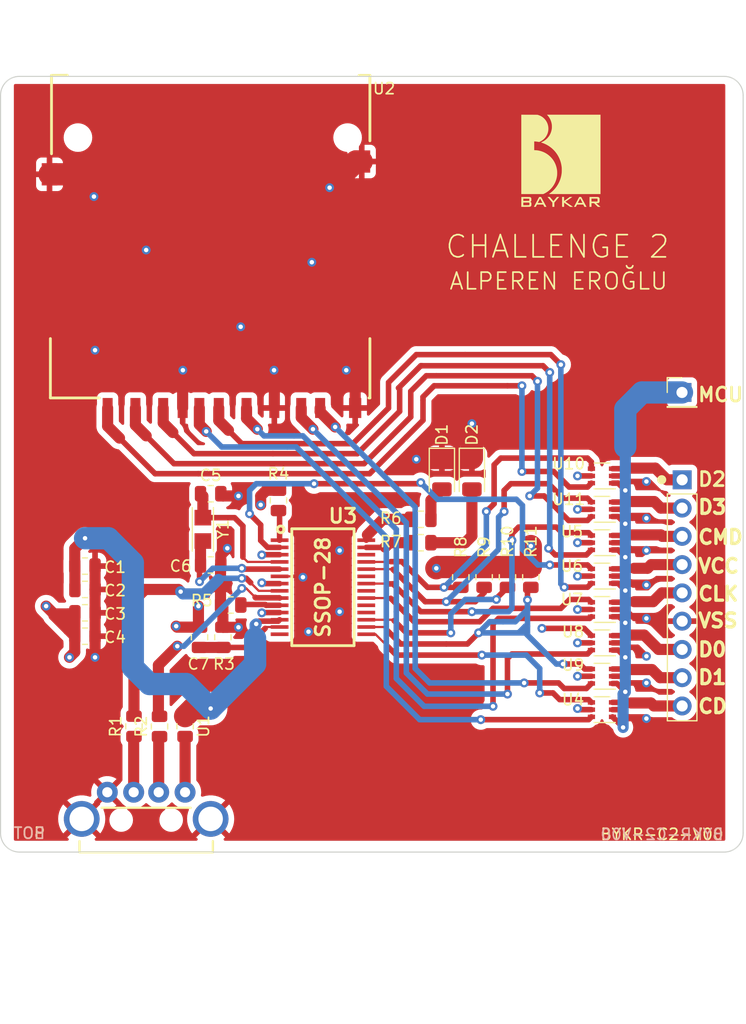
<source format=kicad_pcb>
(kicad_pcb (version 20211014) (generator pcbnew)
  (title_block (title "BAYKAR CHALLENGE 2") (company "ALPEREN EROĞLU"))
  (layers (0 "F.Cu" signal) (1 "In1.Cu" signal) (2 "In2.Cu" signal) (31 "B.Cu" signal) (34 "B.Paste" user) (35 "F.Paste" user) (36 "B.SilkS" user "B.Silkscreen") (37 "F.SilkS" user "F.Silkscreen") (38 "B.Mask" user) (39 "F.Mask" user) (44 "Edge.Cuts" user))
  (net 0 "")
  (net 1 "+5V")
  (net 2 "GND")
  (net 3 "Net-(C5-Pad1)")
  (net 4 "Net-(C6-Pad1)")
  (net 5 "Net-(C7-Pad1)")
  (net 6 "Net-(D1-Pad2)")
  (net 7 "Net-(D2-Pad2)")
  (net 8 "CAMERA_D2")
  (net 9 "CAMERA_D3")
  (net 10 "CAMERA_CMD")
  (net 11 "CAMERA_VCC")
  (net 12 "CAMERA_CLK")
  (net 13 "CAMERA_D0")
  (net 14 "CAMERA_D1")
  (net 15 "CAMERA_CD")
  (net 16 "MCU_S")
  (net 17 "Net-(J1-Pad3)")
  (net 18 "DP")
  (net 19 "Net-(J1-Pad2)")
  (net 20 "DM")
  (net 21 "Net-(R4-Pad2)")
  (net 22 "Net-(R5-Pad2)")
  (net 23 "Net-(R6-Pad1)")
  (net 24 "Net-(R7-Pad1)")
  (net 25 "USB_D2")
  (net 26 "USB_D3")
  (net 27 "USB_D0")
  (net 28 "USB_D1")
  (net 29 "Net-(J1-Pad1)")
  (net 30 "SD_D3")
  (net 31 "SD_CMD")
  (net 32 "SD_VCC")
  (net 33 "SD_CLK")
  (net 34 "SD_D0")
  (net 35 "SD_D1")
  (net 36 "SD_D2")
  (net 37 "USB_VCC")
  (net 39 "USB_CD")
  (net 42 "USB_CLK")
  (net 44 "USB_CMD")
  (net 47 "SD_CD")
  (net 48 "+3V3")
  (footprint "Resistor_SMD:R_0805_2012Metric" (layer "F.Cu") (at 132.35 109.35 -90)
    (fp_text reference "R3")
    (fp_text value "10K")
  )
  (footprint "LFT_Cap:C_0805_2012Metric" (layer "F.Cu") (at 133.35 96.45)
    (fp_text reference "C5")
    (fp_text value "20p")
  )
  (footprint "Package_TO_SOT_SMD:SOT-363_SC-70-6" (layer "F.Cu") (at 168.55 115.85 180)
    (fp_text reference "U4")
    (fp_text value "74LVC1G18")
  )
  (footprint "Resistor_SMD:R_0805_2012Metric" (layer "F.Cu") (at 135.15 106.45)
    (fp_text reference "R5")
    (fp_text value "1K")
  )
  (footprint "LFT_Conn:PinHeader_1x09_P2.54mm_Vertical" (layer "F.Cu") (at 175.762572 95.2)
    (fp_text reference "J2" hide)
    (fp_text value "Conn_01x09")
  )
  (footprint "Resistor_SMD:R_0805_2012Metric" (layer "F.Cu") (at 152.25 98.75)
    (fp_text reference "R6")
    (fp_text value "330R")
  )
  (footprint "Resistor_SMD:R_0805_2012Metric" (layer "F.Cu") (at 139.45 97.05 -90)
    (fp_text reference "R4")
    (fp_text value "10k")
  )
  (footprint "Resistor_SMD:R_0805_2012Metric" (layer "F.Cu") (at 128.75 117.3625 90)
    (fp_text reference "R2")
    (fp_text value "220R")
  )
  (footprint "LFT_Cap:C_0805_2012Metric" (layer "F.Cu") (at 122.0375 102.95)
    (fp_text reference "C1")
    (fp_text value "0.1u")
  )
  (footprint "LFT_Cap:C_0805_2012Metric" (layer "F.Cu") (at 122.0375 109.25)
    (fp_text reference "C4")
    (fp_text value "0.1u")
  )
  (footprint "LED_SMD:LED_1206_3216Metric" (layer "F.Cu") (at 156.85 94.65 -90)
    (fp_text reference "D2")
    (fp_text value "PWR")
  )
  (footprint "BYKR:BYKR_SD" (layer "F.Cu") (at 133.35 74.75 90)
    (fp_text reference "U2")
    (fp_text value "SD_CARD")
  )
  (footprint "BYKR:USB" (layer "F.Cu") (at 127.55 133.16883 90)
    (fp_text reference "J1" hide)
    (fp_text value "USB_A")
  )
  (footprint "OLIMEX_IC-FP:SSOP28" (layer "F.Cu") (at 143.45 104.85 -90)
    (fp_text reference "U3")
    (fp_text value "GL827L")
  )
  (footprint "Resistor_SMD:R_0805_2012Metric" (layer "F.Cu") (at 126.45 117.35 90)
    (fp_text reference "R1")
    (fp_text value "220R")
  )
  (footprint "LED_SMD:LED_1206_3216Metric" (layer "F.Cu") (at 154.15 94.65 -90)
    (fp_text reference "D1")
    (fp_text value "R&W")
  )
  (footprint "Resistor_SMD:R_0805_2012Metric" (layer "F.Cu") (at 157.95 103.95 90)
    (fp_text reference "R9")
    (fp_text value "10k")
  )
  (footprint "Package_TO_SOT_SMD:SOT-363_SC-70-6" (layer "F.Cu") (at 168.55 112.85 180)
    (fp_text reference "U9")
    (fp_text value "74LVC1G18")
  )
  (footprint "Resistor_SMD:R_0805_2012Metric" (layer "F.Cu") (at 152.25 100.85)
    (fp_text reference "R7")
    (fp_text value "330R")
  )
  (footprint "Package_TO_SOT_SMD:SOT-363_SC-70-6" (layer "F.Cu") (at 168.55 97.85 180)
    (fp_text reference "U11")
    (fp_text value "74LVC1G18")
  )
  (footprint "Resistor_SMD:R_0805_2012Metric" (layer "F.Cu") (at 162.15 103.95 90)
    (fp_text reference "R11")
    (fp_text value "10k")
  )
  (footprint "LFT_Cap:C_0805_2012Metric" (layer "F.Cu") (at 134.45 109.35 90)
    (fp_text reference "C7")
    (fp_text value "0.1u")
  )
  (footprint "LFT_Cap:C_0805_2012Metric" (layer "F.Cu") (at 122.05 107.15)
    (fp_text reference "C3")
    (fp_text value "0.1u")
  )
  (footprint "Package_TO_SOT_SMD:SOT-363_SC-70-6" (layer "F.Cu") (at 168.55 100.85 180)
    (fp_text reference "U5")
    (fp_text value "74LVC1G18")
  )
  (footprint "Package_TO_SOT_SMD:SOT-363_SC-70-6" (layer "F.Cu") (at 168.55 106.85 180)
    (fp_text reference "U7")
    (fp_text value "74LVC1G18")
  )
  (footprint "LFT_Cap:C_0805_2012Metric" (layer "F.Cu") (at 122.05 105.05)
    (fp_text reference "C2")
    (fp_text value "0.1u")
  )
  (footprint "Package_TO_SOT_SMD:SOT-363_SC-70-6" (layer "F.Cu") (at 168.55 109.85 180)
    (fp_text reference "U8")
    (fp_text value "74LVC1G18")
  )
  (footprint "Connector_PinHeader_2.54mm:PinHeader_1x01_P2.54mm_Vertical" (layer "F.Cu") (at 175.75 87.35)
    (fp_text reference "J3" hide)
    (fp_text value "Conn_01x01")
  )
  (footprint "LFT_Cap:C_0805_2012Metric" (layer "F.Cu") (at 133.35 102.85)
    (fp_text reference "C6")
    (fp_text value "20p")
  )
  (footprint "Resistor_SMD:R_0805_2012Metric" (layer "F.Cu") (at 155.85 103.95 90)
    (fp_text reference "R8")
    (fp_text value "10k")
  )
  (footprint "BYKR:LOGO" (layer "F.Cu") (at 164.85 66.55)
    (fp_text reference "G***")
    (fp_text value "LOGO" hide)
  )
  (footprint "Resistor_SMD:R_0805_2012Metric" (layer "F.Cu") (at 160.05 103.95 90)
    (fp_text reference "R10")
    (fp_text value "10k")
  )
  (footprint "Package_TO_SOT_SMD:SOT-363_SC-70-6" (layer "F.Cu") (at 168.55 103.85 180)
    (fp_text reference "U6")
    (fp_text value "74LVC1G18")
  )
  (footprint "Package_TO_SOT_SMD:SOT-363_SC-70-6" (layer "F.Cu") (at 168.55 94.85 180)
    (fp_text reference "U10")
    (fp_text value "74LVC1G18")
  )
  (footprint "Resistor_SMD:R_0805_2012Metric" (layer "F.Cu") (at 131.05 117.35 -90)
    (fp_text reference "U1")
    (fp_text value "MF-FSMF050X-2")
  )
  (footprint "LFT_Crys:Crystal_SMD_MicroCrystal_CC8V-T1A-2Pin_2.0x1.2mm_HandSoldering" (layer "F.Cu") (at 132.65 99.65 -90)
    (fp_text reference "Y1")
    (fp_text value "12MHz")
  )
  (gr_line (start 181.25 126.947918) (end 181.25 60.65) (layer "Edge.Cuts") (width 0.1))
  (gr_line (start 116.15 128.647918) (end 179.55 128.647918) (layer "Edge.Cuts") (width 0.1))
  (gr_line (start 114.45 60.65) (end 114.45 126.947918) (layer "Edge.Cuts") (width 0.1))
  (gr_arc (start 179.55 58.95) (mid 180.752082 59.447918) (end 181.25 60.65) (layer "Edge.Cuts") (width 0.1))
  (gr_line (start 179.55 58.95) (end 116.15 58.95) (layer "Edge.Cuts") (width 0.1))
  (gr_arc (start 181.25 126.947918) (mid 180.752082 128.15) (end 179.55 128.647918) (layer "Edge.Cuts") (width 0.1))
  (gr_arc (start 116.15 128.647918) (mid 114.947918 128.15) (end 114.45 126.947918) (layer "Edge.Cuts") (width 0.1))
  (gr_arc (start 114.45 60.65) (mid 114.947918 59.447918) (end 116.15 58.95) (layer "Edge.Cuts") (width 0.1))
  (gr_text "BYKR-C2-V00" (at 173.95 127.05) (layer "B.SilkS") (effects (font (size 1 1)) (justify mirror)))
  (gr_text "BOT" (at 117.05 126.95) (layer "B.SilkS") (effects (font (size 1 1)) (justify mirror)))
  (gr_text "VCC" (at 179.040476 102.95) (layer "F.SilkS") (effects (font (size 1.25 1.25) (thickness 0.3))))
  (gr_text "CD" (at 178.504762 115.55) (layer "F.SilkS") (effects (font (size 1.25 1.25) (thickness 0.3))))
  (gr_text "VSS" (at 178.980952 107.85) (layer "F.SilkS") (effects (font (size 1.25 1.25) (thickness 0.3))))
  (gr_text "D0" (at 178.475 110.45) (layer "F.SilkS") (effects (font (size 1.25 1.25) (thickness 0.3))))
  (gr_text "CHALLENGE 2" (at 164.55 74.25) (layer "F.SilkS") (effects (font (size 2 2))))
  (gr_text "D3" (at 178.475 97.65) (layer "F.SilkS") (effects (font (size 1.25 1.25) (thickness 0.3))))
  (gr_text "D2" (at 178.45 95.15) (layer "F.SilkS") (effects (font (size 1.25 1.25) (thickness 0.25))))
  (gr_text "CMD" (at 179.219047 100.35) (layer "F.SilkS") (effects (font (size 1.25 1.25) (thickness 0.3))))
  (gr_text "MCU" (at 179.223809 87.55) (layer "F.SilkS") (effects (font (size 1.25 1.25) (thickness 0.25))))
  (gr_text "TOP" (at 117.05 126.95) (layer "F.SilkS") (effects (font (size 1 1))))
  (gr_text "BYKR-C2-V00" (at 173.95 127.05) (layer "F.SilkS") (effects (font (size 1 1))))
  (gr_text "ALPEREN EROĞLU" (at 164.65 77.35) (layer "F.SilkS") (effects (font (size 1.5 1.5))))
  (gr_text "CLK" (at 179.010714 105.45) (layer "F.SilkS") (effects (font (size 1.25 1.25) (thickness 0.3))))
  (gr_text "D1" (at 178.475 112.95) (layer "F.SilkS") (effects (font (size 1.25 1.25) (thickness 0.3))))
  (segment (start 137.700489 107.899511) (end 137.45 108.15) (width 0.5) (layer "F.Cu") (net 1))
  (segment (start 121.1375 105.05) (end 121.1375 102.9625) (width 1) (layer "F.Cu") (net 1))
  (segment (start 131.7375 115.75) (end 131.05 116.4375) (width 2) (layer "F.Cu") (net 1))
  (segment (start 133.35 115.75) (end 131.7375 115.75) (width 2) (layer "F.Cu") (net 1))
  (segment (start 139.55 107.775) (end 139.425489 107.899511) (width 0.5) (layer "F.Cu") (net 1))
  (segment (start 121.1375 102.9625) (end 121.125 102.95) (width 1) (layer "F.Cu") (net 1))
  (segment (start 121.125 102.95) (end 121.125 101.375) (width 1) (layer "F.Cu") (net 1))
  (segment (start 121.125 101.375) (end 122.05 100.45) (width 1) (layer "F.Cu") (net 1))
  (segment (start 139.425489 107.899511) (end 137.700489 107.899511) (width 0.5) (layer "F.Cu") (net 1))
  (via (at 137.45 108.15) (size 0.8) (drill 0.4) (layers "F.Cu" "B.Cu") (net 1))
  (via (at 122.05 100.45) (size 0.8) (drill 0.4) (layers "F.Cu" "B.Cu") (net 1))
  (via (at 133.35 115.75) (size 0.8) (drill 0.4) (layers "F.Cu" "B.Cu") (net 1))
  (segment (start 126.35 111.95) (end 126.35 112.05) (width 2) (layer "B.Cu") (net 1))
  (segment (start 127.85 113.55) (end 130.75 113.55) (width 2) (layer "B.Cu") (net 1))
  (segment (start 126.35 112.05) (end 127.85 113.55) (width 2) (layer "B.Cu") (net 1))
  (segment (start 126.35 102.65) (end 126.35 111.95) (width 2) (layer "B.Cu") (net 1))
  (segment (start 137.35 108.25) (end 137.45 108.15) (width 1) (layer "B.Cu") (net 1))
  (segment (start 125.35 101.65) (end 126.35 102.65) (width 2) (layer "B.Cu") (net 1))
  (segment (start 131.15 113.55) (end 133.35 115.75) (width 2) (layer "B.Cu") (net 1))
  (segment (start 133.35 115.75) (end 137.35 111.75) (width 2) (layer "B.Cu") (net 1))
  (segment (start 130.75 113.55) (end 131.15 113.55) (width 2) (layer "B.Cu") (net 1))
  (segment (start 137.35 109.45) (end 137.35 108.25) (width 1) (layer "B.Cu") (net 1))
  (segment (start 137.35 111.75) (end 137.35 109.45) (width 2) (layer "B.Cu") (net 1))
  (segment (start 124.15 100.45) (end 125.35 101.65) (width 2) (layer "B.Cu") (net 1))
  (segment (start 122.05 100.45) (end 124.15 100.45) (width 2) (layer "B.Cu") (net 1))
  (segment (start 141.575 103.875) (end 141.65 103.95) (width 0.2) (layer "F.Cu") (net 2))
  (segment (start 169.5 103.85) (end 170.55 103.85) (width 0.5) (layer "F.Cu") (net 2))
  (segment (start 170.95 113.45) (end 172.55 113.45) (width 0.5) (layer "F.Cu") (net 2))
  (segment (start 171.05 110.25) (end 171.75 110.25) (width 0.5) (layer "F.Cu") (net 2))
  (segment (start 130.83032 88.74666) (end 130.83032 85.36968) (width 1) (layer "F.Cu") (net 2))
  (segment (start 170.35 112.85) (end 170.65 113.15) (width 0.5) (layer "F.Cu") (net 2))
  (segment (start 134.45 106.6625) (end 134.2375 106.45) (width 1) (layer "F.Cu") (net 2))
  (segment (start 139.0777 88.74666) (end 139.0777 85.3777) (width 1) (layer "F.Cu") (net 2))
  (segment (start 170.85 95.35) (end 172.55 95.35) (width 0.5) (layer "F.Cu") (net 2))
  (segment (start 156.85 90.15) (end 156.85 93.25) (width 2) (layer "F.Cu") (net 2))
  (segment (start 171.35 104.65) (end 172.55 104.65) (width 0.5) (layer "F.Cu") (net 2))
  (segment (start 171.05 104.35) (end 171.35 104.65) (width 0.5) (layer "F.Cu") (net 2))
  (segment (start 171.45 107.65) (end 172.55 107.65) (width 0.5) (layer "F.Cu") (net 2))
  (segment (start 122.95 102.95) (end 122.95 105.0375) (width 1) (layer "F.Cu") (net 2))
  (segment (start 134.2625 102.85) (end 134.2625 101.9375) (width 1) (layer "F.Cu") (net 2))
  (segment (start 135.85 108.45) (end 134.4625 108.45) (width 1) (layer "F.Cu") (net 2))
  (segment (start 135.85 96.65) (end 134.4625 96.65) (width 1) (layer "F.Cu") (net 2))
  (segment (start 146.939 66.6004) (end 146.3996 66.6004) (width 2) (layer "F.Cu") (net 2))
  (segment (start 122.95 105.0625) (end 122.9625 105.05) (width 1) (layer "F.Cu") (net 2))
  (segment (start 169.5 112.85) (end 170.35 112.85) (width 0.5) (layer "F.Cu") (net 2))
  (segment (start 146.3996 66.6004) (end 144.05 68.95) (width 2) (layer "F.Cu") (net 2))
  (segment (start 122.95 109.25) (end 122.95 105.0625) (width 1) (layer "F.Cu") (net 2))
  (segment (start 170.95 107.15) (end 171.45 107.65) (width 0.5) (layer "F.Cu") (net 2))
  (segment (start 170.45 97.85) (end 170.85 98.25) (width 0.5) (layer "F.Cu") (net 2))
  (segment (start 120.84848 67.74848) (end 122.85 69.75) (width 2) (layer "F.Cu") (net 2))
  (segment (start 169.5 106.85) (end 170.65 106.85) (width 0.5) (layer "F.Cu") (net 2))
  (segment (start 134.45 108.4375) (end 134.45 106.6625) (width 1) (layer "F.Cu") (net 2))
  (segment (start 170.85 98.25) (end 171.25 98.65) (width 0.5) (layer "F.Cu") (net 2))
  (segment (start 139.55 103.875) (end 141.575 103.875) (width 0.2) (layer "F.Cu") (net 2))
  (segment (start 122.95 105.0375) (end 122.9625 105.05) (width 1) (layer "F.Cu") (net 2))
  (segment (start 134.2625 101.9375) (end 134.85 101.35) (width 1) (layer "F.Cu") (net 2))
  (segment (start 170.65 106.85) (end 170.95 107.15) (width 0.5) (layer "F.Cu") (net 2))
  (segment (start 170.074022 115.85) (end 170.874022 116.65) (width 0.5) (layer "F.Cu") (net 2))
  (segment (start 169.5 94.85) (end 170.35 94.85) (width 0.5) (layer "F.Cu") (net 2))
  (segment (start 170.75 110.25) (end 171.05 110.25) (width 0.5) (layer "F.Cu") (net 2))
  (segment (start 154.15 93.25) (end 151.95 93.25) (width 2) (layer "F.Cu") (net 2))
  (segment (start 169.5 100.85) (end 170.55 100.85) (width 0.5) (layer "F.Cu") (net 2))
  (segment (start 134.2375 102.875) (end 134.2625 102.85) (width 1) (layer "F.Cu") (net 2))
  (segment (start 134.2375 106.45) (end 134.2375 102.875) (width 1) (layer "F.Cu") (net 2))
  (segment (start 130.83032 85.36968) (end 130.85 85.35) (width 1) (layer "F.Cu") (net 2))
  (segment (start 169.5 97.85) (end 170.45 97.85) (width 0.5) (layer "F.Cu") (net 2))
  (segment (start 171.75 110.25) (end 172.55 111.05) (width 0.5) (layer "F.Cu") (net 2))
  (segment (start 139.0777 85.3777) (end 139.05 85.35) (width 1) (layer "F.Cu") (net 2))
  (segment (start 171.25 98.65) (end 172.55 98.65) (width 0.5) (layer "F.Cu") (net 2))
  (segment (start 171.25 101.55) (end 172.55 101.55) (width 0.5) (layer "F.Cu") (net 2))
  (segment (start 122.95 109.25) (end 122.95 111.15) (width 1) (layer "F.Cu") (net 2))
  (segment (start 170.75 101.05) (end 171.25 101.55) (width 0.5) (layer "F.Cu") (net 2))
  (segment (start 170.35 94.85) (end 170.55 95.05) (width 0.5) (layer "F.Cu") (net 2))
  (segment (start 134.4625 108.45) (end 134.45 108.4375) (width 1) (layer "F.Cu") (net 2))
  (segment (start 170.55 100.85) (end 170.75 101.05) (width 0.5) (layer "F.Cu") (net 2))
  (segment (start 151.95 93.25) (end 151.85 93.35) (width 2) (layer "F.Cu") (net 2))
  (segment (start 170.35 109.85) (end 170.75 110.25) (width 0.5) (layer "F.Cu") (net 2))
  (segment (start 154.15 93.25) (end 156.85 93.25) (width 2) (layer "F.Cu") (net 2))
  (segment (start 170.874022 116.65) (end 172.55 116.65) (width 0.5) (layer "F.Cu") (net 2))
  (segment (start 169.5 109.85) (end 170.35 109.85) (width 0.5) (layer "F.Cu") (net 2))
  (segment (start 146.34972 88.74666) (end 146.34972 86.14972) (width 1) (layer "F.Cu") (net 2))
  (segment (start 118.85422 67.74848) (end 120.84848 67.74848) (width 2) (layer "F.Cu") (net 2))
  (segment (start 170.55 95.05) (end 170.85 95.35) (width 0.5) (layer "F.Cu") (net 2))
  (segment (start 146.34972 86.14972) (end 145.55 85.35) (width 1) (layer "F.Cu") (net 2))
  (segment (start 134.4625 96.65) (end 134.2625 96.45) (width 1) (layer "F.Cu") (net 2))
  (segment (start 170.65 113.15) (end 170.95 113.45) (width 0.5) (layer "F.Cu") (net 2))
  (segment (start 170.55 103.85) (end 171.05 104.35) (width 0.5) (layer "F.Cu") (net 2))
  (segment (start 169.5 115.85) (end 170.074022 115.85) (width 0.5) (layer "F.Cu") (net 2))
  (via (at 136.05 81.45) (size 0.8) (drill 0.4) (layers "F.Cu" "B.Cu") (net 2))
  (via (at 156.85 90.15) (size 0.8) (drill 0.4) (layers "F.Cu" "B.Cu") (net 2))
  (via (at 142.15 108.85) (size 0.8) (drill 0.4) (layers "F.Cu" "B.Cu") (net 2))
  (via (at 172.55 113.45) (size 0.8) (drill 0.4) (layers "F.Cu" "B.Cu") (net 2))
  (via (at 142.45 75.65) (size 0.8) (drill 0.4) (layers "F.Cu" "B.Cu") (net 2))
  (via (at 130.85 85.35) (size 0.8) (drill 0.4) (layers "F.Cu" "B.Cu") (net 2))
  (via (at 139.05 85.35) (size 0.8) (drill 0.4) (layers "F.Cu" "B.Cu") (net 2))
  (via (at 122.95 111.15) (size 0.8) (drill 0.4) (layers "F.Cu" "B.Cu") (net 2))
  (via (at 172.55 104.65) (size 0.8) (drill 0.4) (layers "F.Cu" "B.Cu") (net 2))
  (via (at 135.85 108.45) (size 0.8) (drill 0.4) (layers "F.Cu" "B.Cu") (net 2))
  (via (at 172.55 101.55) (size 0.8) (drill 0.4) (layers "F.Cu" "B.Cu") (net 2))
  (via (at 122.85 69.75) (size 0.8) (drill 0.4) (layers "F.Cu" "B.Cu") (net 2))
  (via (at 145.55 85.35) (size 0.8) (drill 0.4) (layers "F.Cu" "B.Cu") (net 2))
  (via (at 172.55 116.65) (size 0.8) (drill 0.4) (layers "F.Cu" "B.Cu") (net 2))
  (via (at 127.55 74.55) (size 0.8) (drill 0.4) (layers "F.Cu" "B.Cu") (net 2))
  (via (at 172.55 95.35) (size 0.8) (drill 0.4) (layers "F.Cu" "B.Cu") (net 2))
  (via (at 151.85 93.35) (size 0.8) (drill 0.4) (layers "F.Cu" "B.Cu") (net 2))
  (via (at 122.95 83.55) (size 0.8) (drill 0.4) (layers "F.Cu" "B.Cu") (net 2))
  (via (at 144.95 101.55) (size 0.8) (drill 0.4) (layers "F.Cu" "B.Cu") (net 2))
  (via (at 144.05 68.95) (size 0.8) (drill 0.4) (layers "F.Cu" "B.Cu") (net 2))
  (via (at 172.55 107.65) (size 0.8) (drill 0.4) (layers "F.Cu" "B.Cu") (net 2))
  (via (at 134.85 101.35) (size 0.8) (drill 0.4) (layers "F.Cu" "B.Cu") (net 2))
  (via (at 144.95 107.05) (size 0.8) (drill 0.4) (layers "F.Cu" "B.Cu") (net 2))
  (via (at 135.85 96.65) (size 0.8) (drill 0.4) (layers "F.Cu" "B.Cu") (net 2))
  (via (at 141.65 103.95) (size 0.8) (drill 0.4) (layers "F.Cu" "B.Cu") (net 2))
  (via (at 172.55 98.65) (size 0.8) (drill 0.4) (layers "F.Cu" "B.Cu") (net 2))
  (via (at 172.55 111.05) (size 0.8) (drill 0.4) (layers "F.Cu" "B.Cu") (net 2))
  (segment (start 132.65 98.6) (end 132.65 96.6625) (width 1) (layer "F.Cu") (net 3))
  (segment (start 139.55 102.575) (end 136.675 102.575) (width 0.2) (layer "F.Cu") (net 3))
  (segment (start 136.25 99.35) (end 135.5 98.6) (width 0.5) (layer "F.Cu") (net 3))
  (segment (start 136.675 102.575) (end 136.25 102.15) (width 0.2) (layer "F.Cu") (net 3))
  (segment (start 136.25 102.15) (end 136.25 99.35) (width 0.5) (layer "F.Cu") (net 3))
  (segment (start 135.5 98.6) (end 132.65 98.6) (width 0.5) (layer "F.Cu") (net 3))
  (segment (start 132.65 96.6625) (end 132.4375 96.45) (width 1) (layer "F.Cu") (net 3))
  (segment (start 132.35 102.9375) (end 132.4375 102.85) (width 0.5) (layer "F.Cu") (net 4))
  (segment (start 139.55 103.225) (end 136.225 103.225) (width 0.5) (layer "F.Cu") (net 4))
  (segment (start 132.4375 100.9125) (end 132.65 100.7) (width 1) (layer "F.Cu") (net 4))
  (segment (start 132.35 104.35) (end 132.35 102.9375) (width 0.5) (layer "F.Cu") (net 4))
  (segment (start 136.225 103.225) (end 136.15 103.15) (width 0.5) (layer "F.Cu") (net 4))
  (segment (start 132.4375 102.85) (end 132.4375 100.9125) (width 1) (layer "F.Cu") (net 4))
  (via (at 136.15 103.15) (size 0.8) (drill 0.4) (layers "F.Cu" "B.Cu") (net 4))
  (via (at 132.35 104.35) (size 0.8) (drill 0.4) (layers "F.Cu" "B.Cu") (net 4))
  (segment (start 133.55 103.15) (end 132.35 104.35) (width 0.5) (layer "B.Cu") (net 4))
  (segment (start 136.15 103.15) (end 133.55 103.15) (width 0.5) (layer "B.Cu") (net 4))
  (segment (start 136.5375 110.2625) (end 134.45 110.2625) (width 0.5) (layer "F.Cu") (net 5))
  (segment (start 139.55 108.425) (end 138.375 108.425) (width 0.2) (layer "F.Cu") (net 5))
  (segment (start 138.375 108.425) (end 138.25 108.55) (width 0.2) (layer "F.Cu") (net 5))
  (segment (start 132.35 110.2625) (end 134.45 110.2625) (width 1) (layer "F.Cu") (net 5))
  (segment (start 138.25 108.55) (end 136.5375 110.2625) (width 0.5) (layer "F.Cu") (net 5))
  (segment (start 153.1625 97.0375) (end 154.15 96.05) (width 1) (layer "F.Cu") (net 6))
  (segment (start 153.1625 98.75) (end 153.1625 97.0375) (width 1) (layer "F.Cu") (net 6))
  (segment (start 156.85 100.25) (end 156.85 96.05) (width 1) (layer "F.Cu") (net 7))
  (segment (start 156.25 100.85) (end 156.85 100.25) (width 1) (layer "F.Cu") (net 7))
  (segment (start 153.1625 100.85) (end 156.25 100.85) (width 1) (layer "F.Cu") (net 7))
  (segment (start 171 94.2) (end 169.5 94.2) (width 0.5) (layer "F.Cu") (net 8))
  (segment (start 175.762572 95.2) (end 174.4 95.2) (width 1) (layer "F.Cu") (net 8))
  (segment (start 174.4 95.2) (end 173.45 94.25) (width 1) (layer "F.Cu") (net 8))
  (segment (start 173.45 94.25) (end 173.35 94.15) (width 1) (layer "F.Cu") (net 8))
  (segment (start 171.05 94.15) (end 171 94.2) (width 0.5) (layer "F.Cu") (net 8))
  (segment (start 173.35 94.15) (end 171.05 94.15) (width 1) (layer "F.Cu") (net 8))
  (segment (start 173.35 97.25) (end 173.25 97.15) (width 1) (layer "F.Cu") (net 9))
  (segment (start 171.25 97.15) (end 171.2 97.2) (width 0.5) (layer "F.Cu") (net 9))
  (segment (start 171.2 97.2) (end 169.5 97.2) (width 0.5) (layer "F.Cu") (net 9))
  (segment (start 175.762572 97.74) (end 173.84 97.74) (width 1) (layer "F.Cu") (net 9))
  (segment (start 173.25 97.15) (end 171.25 97.15) (width 1) (layer "F.Cu") (net 9))
  (segment (start 173.84 97.74) (end 173.35 97.25) (width 1) (layer "F.Cu") (net 9))
  (segment (start 171.2 100.2) (end 169.5 100.2) (width 0.5) (layer "F.Cu") (net 10))
  (segment (start 173.85 100.15) (end 171.25 100.15) (width 1) (layer "F.Cu") (net 10))
  (segment (start 171.25 100.15) (end 171.2 100.2) (width 0.5) (layer "F.Cu") (net 10))
  (segment (start 175.762572 100.28) (end 173.98 100.28) (width 1) (layer "F.Cu") (net 10))
  (segment (start 173.98 100.28) (end 173.85 100.15) (width 1) (layer "F.Cu") (net 10))
  (segment (start 172.98 102.82) (end 172.65 103.15) (width 1) (layer "F.Cu") (net 11))
  (segment (start 171.45 103.15) (end 171.4 103.2) (width 0.5) (layer "F.Cu") (net 11))
  (segment (start 171.4 103.2) (end 169.5 103.2) (width 0.5) (layer "F.Cu") (net 11))
  (segment (start 175.762572 102.82) (end 172.98 102.82) (width 1) (layer "F.Cu") (net 11))
  (segment (start 172.65 103.15) (end 171.45 103.15) (width 1) (layer "F.Cu") (net 11))
  (segment (start 171.45 106.15) (end 171.4 106.2) (width 0.5) (layer "F.Cu") (net 12))
  (segment (start 171.4 106.2) (end 169.5 106.2) (width 0.5) (layer "F.Cu") (net 12))
  (segment (start 173.15 106.15) (end 171.45 106.15) (width 1) (layer "F.Cu") (net 12))
  (segment (start 173.94 105.36) (end 173.15 106.15) (width 1) (layer "F.Cu") (net 12))
  (segment (start 175.762572 105.36) (end 173.94 105.36) (width 1) (layer "F.Cu") (net 12))
  (segment (start 172.45 109.25) (end 172.35 109.15) (width 1) (layer "F.Cu") (net 13))
  (segment (start 170.9 109.2) (end 169.5 109.2) (width 0.5) (layer "F.Cu") (net 13))
  (segment (start 172.35 109.15) (end 170.95 109.15) (width 1) (layer "F.Cu") (net 13))
  (segment (start 175.762572 110.44) (end 173.64 110.44) (width 1) (layer "F.Cu") (net 13))
  (segment (start 173.64 110.44) (end 172.45 109.25) (width 1) (layer "F.Cu") (net 13))
  (segment (start 170.95 109.15) (end 170.9 109.2) (width 0.5) (layer "F.Cu") (net 13))
  (segment (start 175.762572 112.98) (end 173.78 112.98) (width 1) (layer "F.Cu") (net 14))
  (segment (start 171 112.2) (end 169.5 112.2) (width 0.5) (layer "F.Cu") (net 14))
  (segment (start 173.05 112.25) (end 171.05 112.25) (width 1) (layer "F.Cu") (net 14))
  (segment (start 173.78 112.98) (end 173.05 112.25) (width 1) (layer "F.Cu") (net 14))
  (segment (start 171.05 112.25) (end 171 112.2) (width 0.5) (layer "F.Cu") (net 14))
  (segment (start 172.95 115.25) (end 171.15 115.25) (width 1) (layer "F.Cu") (net 15))
  (segment (start 173.22 115.52) (end 172.95 115.25) (width 1) (layer "F.Cu") (net 15))
  (segment (start 175.762572 115.52) (end 173.22 115.52) (width 1) (layer "F.Cu") (net 15))
  (segment (start 171.15 115.25) (end 171.1 115.2) (width 0.5) (layer "F.Cu") (net 15))
  (segment (start 171.1 115.2) (end 169.5 115.2) (width 0.5) (layer "F.Cu") (net 15))
  (segment (start 169.5 110.5) (end 170 110.5) (width 0.5) (layer "F.Cu") (net 16))
  (segment (start 169.9 113.5) (end 170.65 114.25) (width 0.5) (layer "F.Cu") (net 16))
  (segment (start 169.5 116.5) (end 170.45 117.45) (width 0.5) (layer "F.Cu") (net 16))
  (segment (start 169.5 107.5) (end 170.1 107.5) (width 0.5) (layer "F.Cu") (net 16))
  (segment (start 170 104.5) (end 170.65 105.15) (width 0.5) (layer "F.Cu") (net 16))
  (segment (start 170 110.5) (end 170.65 111.15) (width 0.5) (layer "F.Cu") (net 16))
  (segment (start 169.5 101.5) (end 170 101.5) (width 0.5) (layer "F.Cu") (net 16))
  (segment (start 170 95.5) (end 170.65 96.15) (width 0.5) (layer "F.Cu") (net 16))
  (segment (start 169.5 98.5) (end 170 98.5) (width 0.5) (layer "F.Cu") (net 16))
  (segment (start 169.5 95.5) (end 170 95.5) (width 0.5) (layer "F.Cu") (net 16))
  (segment (start 170.1 107.5) (end 170.65 108.05) (width 0.5) (layer "F.Cu") (net 16))
  (segment (start 170 101.5) (end 170.65 102.15) (width 0.5) (layer "F.Cu") (net 16))
  (segment (start 169.5 104.5) (end 170 104.5) (width 0.5) (layer "F.Cu") (net 16))
  (segment (start 170 98.5) (end 170.65 99.15) (width 0.5) (layer "F.Cu") (net 16))
  (segment (start 169.5 113.5) (end 169.9 113.5) (width 0.5) (layer "F.Cu") (net 16))
  (via (at 170.65 99.15) (size 0.8) (drill 0.4) (layers "F.Cu" "B.Cu") (net 16))
  (via (at 170.65 102.15) (size 0.8) (drill 0.4) (layers "F.Cu" "B.Cu") (net 16))
  (via (at 170.65 105.15) (size 0.8) (drill 0.4) (layers "F.Cu" "B.Cu") (net 16))
  (via (at 170.65 96.15) (size 0.8) (drill 0.4) (layers "F.Cu" "B.Cu") (net 16))
  (via (at 170.65 108.05) (size 0.8) (drill 0.4) (layers "F.Cu" "B.Cu") (net 16))
  (via (at 170.65 111.15) (size 0.8) (drill 0.4) (layers "F.Cu" "B.Cu") (net 16))
  (via (at 170.65 114.25) (size 0.8) (drill 0.4) (layers "F.Cu" "B.Cu") (net 16))
  (via (at 170.45 117.45) (size 0.8) (drill 0.4) (layers "F.Cu" "B.Cu") (net 16))
  (segment (start 170.65 102.15) (end 170.65 96.15) (width 1) (layer "B.Cu") (net 16))
  (segment (start 170.65 114.25) (end 170.65 111.15) (width 1) (layer "B.Cu") (net 16))
  (segment (start 172.15 87.35) (end 175.75 87.35) (width 2) (layer "B.Cu") (net 16))
  (segment (start 170.45 114.45) (end 170.65 114.25) (width 1) (layer "B.Cu") (net 16))
  (segment (start 170.45 117.45) (end 170.45 114.45) (width 1) (layer "B.Cu") (net 16))
  (segment (start 170.65 96.15) (end 170.65 92.25) (width 1) (layer "B.Cu") (net 16))
  (segment (start 170.65 108.05) (end 170.65 102.15) (width 1) (layer "B.Cu") (net 16))
  (segment (start 170.65 88.85) (end 172.15 87.35) (width 2) (layer "B.Cu") (net 16))
  (segment (start 170.65 111.15) (end 170.65 108.05) (width 1) (layer "B.Cu") (net 16))
  (segment (start 170.65 92.25) (end 170.65 88.85) (width 2) (layer "B.Cu") (net 16))
  (segment (start 126.42478 118.28772) (end 126.45 118.2625) (width 1) (layer "F.Cu") (net 17))
  (segment (start 126.42478 123.27133) (end 126.42478 118.28772) (width 1) (layer "F.Cu") (net 17))
  (segment (start 130.45 105.05) (end 130.65 105.25) (width 1) (layer "F.Cu") (net 18))
  (segment (start 127.45 105.05) (end 130.45 105.05) (width 1) (layer "F.Cu") (net 18))
  (segment (start 136.95 104.45) (end 136.55 104.05) (width 0.5) (layer "F.Cu") (net 18))
  (segment (start 126.45 106.05) (end 127.45 105.05) (width 1) (layer "F.Cu") (net 18))
  (segment (start 137.675 105.175) (end 136.95 104.45) (width 0.2) (layer "F.Cu") (net 18))
  (segment (start 139.55 105.175) (end 137.675 105.175) (width 0.2) (layer "F.Cu") (net 18))
  (segment (start 126.45 116.4375) (end 126.45 106.05) (width 1) (layer "F.Cu") (net 18))
  (segment (start 136.55 104.05) (end 136.15 104.05) (width 0.5) (layer "F.Cu") (net 18))
  (via (at 136.15 104.05) (size 0.8) (drill 0.4) (layers "F.Cu" "B.Cu") (net 18))
  (via (at 130.65 105.25) (size 0.8) (drill 0.4) (layers "F.Cu" "B.Cu") (net 18))
  (segment (start 132.45 105.45) (end 132.75 105.45) (width 1) (layer "B.Cu") (net 18))
  (segment (start 134.15 104.05) (end 136.15 104.05) (width 0.5) (layer "B.Cu") (net 18))
  (segment (start 134.05 104.15) (end 134.15 104.05) (width 0.5) (layer "B.Cu") (net 18))
  (segment (start 132.75 105.45) (end 134.05 104.15) (width 1) (layer "B.Cu") (net 18))
  (segment (start 130.85 105.45) (end 132.45 105.45) (width 1) (layer "B.Cu") (net 18))
  (segment (start 130.65 105.25) (end 130.85 105.45) (width 1) (layer "B.Cu") (net 18))
  (segment (start 128.67522 123.27133) (end 128.67522 118.34978) (width 1) (layer "F.Cu") (net 19))
  (segment (start 128.67522 118.34978) (end 128.75 118.275) (width 1) (layer "F.Cu") (net 19))
  (segment (start 137.35 105.75) (end 136.55 104.95) (width 0.2) (layer "F.Cu") (net 20))
  (segment (start 137.400969 105.800969) (end 137.35 105.75) (width 0.5) (layer "F.Cu") (net 20))
  (segment (start 130.35 110.15) (end 128.65 111.85) (width 1) (layer "F.Cu") (net 20))
  (segment (start 139.525969 105.800969) (end 137.400969 105.800969) (width 0.5) (layer "F.Cu") (net 20))
  (segment (start 136.55 104.95) (end 136.15 104.95) (width 0.2) (layer "F.Cu") (net 20))
  (segment (start 139.55 105.825) (end 139.525969 105.800969) (width 0.5) (layer "F.Cu") (net 20))
  (segment (start 128.65 116.35) (end 128.75 116.45) (width 1) (layer "F.Cu") (net 20))
  (segment (start 128.65 111.85) (end 128.65 116.35) (width 1) (layer "F.Cu") (net 20))
  (via (at 136.15 104.95) (size 0.8) (drill 0.4) (layers "F.Cu" "B.Cu") (net 20))
  (via (at 130.35 110.15) (size 0.8) (drill 0.4) (layers "F.Cu" "B.Cu") (net 20))
  (segment (start 130.95 110.15) (end 130.35 110.15) (width 0.5) (layer "B.Cu") (net 20))
  (segment (start 136.15 104.95) (end 130.95 110.15) (width 0.5) (layer "B.Cu") (net 20))
  (segment (start 139.55 100.625) (end 139.55 98.0625) (width 0.5) (layer "F.Cu") (net 21))
  (segment (start 139.55 98.0625) (end 139.45 97.9625) (width 0.5) (layer "F.Cu") (net 21))
  (segment (start 139.55 106.475) (end 138.33497 106.475) (width 0.5) (layer "F.Cu") (net 22))
  (segment (start 138.260459 106.400489) (end 136.112011 106.400489) (width 0.5) (layer "F.Cu") (net 22))
  (segment (start 138.33497 106.475) (end 138.260459 106.400489) (width 0.5) (layer "F.Cu") (net 22))
  (segment (start 136.112011 106.400489) (end 136.0625 106.45) (width 0.5) (layer "F.Cu") (net 22))
  (segment (start 147.35 100.25) (end 147.35 100.625) (width 0.5) (layer "F.Cu") (net 23))
  (segment (start 151.3375 98.75) (end 148.85 98.75) (width 1) (layer "F.Cu") (net 23))
  (segment (start 147.45 100.15) (end 147.35 100.25) (width 0.5) (layer "F.Cu") (net 23))
  (segment (start 148.85 98.75) (end 147.45 100.15) (width 1) (layer "F.Cu") (net 23))
  (segment (start 147.35 101.275) (end 149.025 101.275) (width 0.5) (layer "F.Cu") (net 24))
  (segment (start 149.05 101.25) (end 149.45 100.85) (width 1) (layer "F.Cu") (net 24))
  (segment (start 149.025 101.275) (end 149.05 101.25) (width 0.5) (layer "F.Cu") (net 24))
  (segment (start 149.45 100.85) (end 151.3375 100.85) (width 1) (layer "F.Cu") (net 24))
  (segment (start 152.8625 104.8625) (end 154.3375 104.8625) (width 0.5) (layer "F.Cu") (net 25))
  (segment (start 150.55 102.55) (end 152.8625 104.8625) (width 0.5) (layer "F.Cu") (net 25))
  (segment (start 147.35 102.575) (end 149.525 102.575) (width 0.2) (layer "F.Cu") (net 25))
  (segment (start 158.85 97.35) (end 158.85 93.85) (width 0.5) (layer "F.Cu") (net 25))
  (segment (start 155.85 104.8625) (end 154.3375 104.8625) (width 0.5) (layer "F.Cu") (net 25))
  (segment (start 167.25 93.25) (end 167.6 93.6) (width 0.5) (layer "F.Cu") (net 25))
  (segment (start 158.15 98.05) (end 158.85 97.35) (width 0.5) (layer "F.Cu") (net 25))
  (segment (start 159.45 93.25) (end 167.25 93.25) (width 0.5) (layer "F.Cu") (net 25))
  (segment (start 149.55 102.55) (end 150.55 102.55) (width 0.5) (layer "F.Cu") (net 25))
  (segment (start 158.85 93.85) (end 159.45 93.25) (width 0.5) (layer "F.Cu") (net 25))
  (segment (start 149.525 102.575) (end 149.55 102.55) (width 0.2) (layer "F.Cu") (net 25))
  (segment (start 167.6 93.6) (end 167.6 94.2) (width 0.5) (layer "F.Cu") (net 25))
  (via (at 154.3375 104.8625) (size 0.8) (drill 0.4) (layers "F.Cu" "B.Cu") (net 25))
  (via (at 158.15 98.05) (size 0.8) (drill 0.4) (layers "F.Cu" "B.Cu") (net 25))
  (segment (start 158.15 101.05) (end 158.15 98.05) (width 0.5) (layer "B.Cu") (net 25))
  (segment (start 154.3375 104.8625) (end 158.15 101.05) (width 0.5) (layer "B.Cu") (net 25))
  (segment (start 157.15 106.15) (end 157.95 105.35) (width 0.5) (layer "F.Cu") (net 26))
  (segment (start 160.35 95.55) (end 159.75 96.15) (width 0.5) (layer "F.Cu") (net 26))
  (segment (start 167.25 96.85) (end 165.05 96.85) (width 0.5) (layer "F.Cu") (net 26))
  (segment (start 147.35 103.225) (end 149.725 103.225) (width 0.2) (layer "F.Cu") (net 26))
  (segment (start 157.95 105.35) (end 157.95 104.8625) (width 0.5) (layer "F.Cu") (net 26))
  (segment (start 159.75 96.15) (end 159.75 98.05) (width 0.5) (layer "F.Cu") (net 26))
  (segment (start 165.05 96.85) (end 163.75 95.55) (width 0.5) (layer "F.Cu") (net 26))
  (segment (start 152.65 106.15) (end 157.15 106.15) (width 0.5) (layer "F.Cu") (net 26))
  (segment (start 149.75 103.25) (end 152.65 106.15) (width 0.5) (layer "F.Cu") (net 26))
  (segment (start 167.6 97.2) (end 167.25 96.85) (width 0.5) (layer "F.Cu") (net 26))
  (segment (start 149.725 103.225) (end 149.75 103.25) (width 0.2) (layer "F.Cu") (net 26))
  (segment (start 163.75 95.55) (end 160.35 95.55) (width 0.5) (layer "F.Cu") (net 26))
  (via (at 154.55 106.15) (size 0.8) (drill 0.4) (layers "F.Cu" "B.Cu") (net 26))
  (via (at 159.75 98.05) (size 0.8) (drill 0.4) (layers "F.Cu" "B.Cu") (net 26))
  (segment (start 159.25 98.55) (end 159.75 98.05) (width 0.5) (layer "B.Cu") (net 26))
  (segment (start 159.25 101.45) (end 159.25 98.65) (width 0.5) (layer "B.Cu") (net 26))
  (segment (start 154.55 106.15) (end 159.25 101.45) (width 0.5) (layer "B.Cu") (net 26))
  (segment (start 159.25 98.65) (end 159.25 98.55) (width 0.5) (layer "B.Cu") (net 26))
  (segment (start 159.05 105.95) (end 159.05 105.8625) (width 0.5) (layer "F.Cu") (net 27))
  (segment (start 147.35 107.775) (end 149.775 107.775) (width 0.2) (layer "F.Cu") (net 27))
  (segment (start 150.95 108.95) (end 154.95 108.95) (width 0.5) (layer "F.Cu") (net 27))
  (segment (start 166.95 108.55) (end 167.6 109.2) (width 0.5) (layer "F.Cu") (net 27))
  (segment (start 163.15 108.55) (end 166.95 108.55) (width 0.5) (layer "F.Cu") (net 27))
  (segment (start 149.775 107.775) (end 149.85 107.85) (width 0.2) (layer "F.Cu") (net 27))
  (segment (start 159.05 105.8625) (end 160.05 104.8625) (width 0.5) (layer "F.Cu") (net 27))
  (segment (start 149.85 107.85) (end 150.95 108.95) (width 0.5) (layer "F.Cu") (net 27))
  (via (at 159.05 105.95) (size 0.8) (drill 0.4) (layers "F.Cu" "B.Cu") (net 27))
  (via (at 163.15 108.55) (size 0.8) (drill 0.4) (layers "F.Cu" "B.Cu") (net 27))
  (via (at 154.95 108.95) (size 0.8) (drill 0.4) (layers "F.Cu" "B.Cu") (net 27))
  (segment (start 154.95 108.95) (end 154.95 107.25) (width 0.5) (layer "B.Cu") (net 27))
  (segment (start 156.05 106.15) (end 156.25 105.95) (width 0.5) (layer "B.Cu") (net 27))
  (segment (start 156.25 105.95) (end 159.05 105.95) (width 0.5) (layer "B.Cu") (net 27))
  (segment (start 154.95 107.25) (end 156.05 106.15) (width 0.5) (layer "B.Cu") (net 27))
  (segment (start 161.85 106.0005) (end 161.85 105.1625) (width 0.5) (layer "F.Cu") (net 28))
  (segment (start 149.15 108.65) (end 150.45 109.95) (width 0.5) (layer "F.Cu") (net 28))
  (segment (start 161.85 105.1625) (end 162.15 104.8625) (width 0.5) (layer "F.Cu") (net 28))
  (segment (start 150.45 109.95) (end 154.55 109.95) (width 0.5) (layer "F.Cu") (net 28))
  (segment (start 148.925 108.425) (end 149.15 108.65) (width 0.2) (layer "F.Cu") (net 28))
  (segment (start 156.45 109.95) (end 157.45 108.95) (width 0.5) (layer "F.Cu") (net 28))
  (segment (start 167.6 112.2) (end 167 112.2) (width 0.5) (layer "F.Cu") (net 28))
  (segment (start 147.35 108.425) (end 148.925 108.425) (width 0.2) (layer "F.Cu") (net 28))
  (segment (start 154.55 109.95) (end 156.45 109.95) (width 0.5) (layer "F.Cu") (net 28))
  (segment (start 166.55 111.75) (end 165.05 111.75) (width 0.5) (layer "F.Cu") (net 28))
  (segment (start 167 112.2) (end 166.55 111.75) (width 0.5) (layer "F.Cu") (net 28))
  (via (at 161.85 106.0005) (size 0.8) (drill 0.4) (layers "F.Cu" "B.Cu") (net 28))
  (via (at 157.45 108.95) (size 0.8) (drill 0.4) (layers "F.Cu" "B.Cu") (net 28))
  (via (at 165.05 111.75) (size 0.8) (drill 0.4) (layers "F.Cu" "B.Cu") (net 28))
  (segment (start 163.4 110.7) (end 161.85 109.15) (width 0.5) (layer "B.Cu") (net 28))
  (segment (start 159.65 107.95) (end 160.75 107.95) (width 0.5) (layer "B.Cu") (net 28))
  (segment (start 161.85 109.15) (end 161.85 108.35) (width 0.5) (layer "B.Cu") (net 28))
  (segment (start 164.45 111.75) (end 163.4 110.7) (width 0.5) (layer "B.Cu") (net 28))
  (segment (start 157.45 108.95) (end 161.05 108.95) (width 0.5) (layer "B.Cu") (net 28))
  (segment (start 157.45 108.95) (end 158.45 107.95) (width 0.5) (layer "B.Cu") (net 28))
  (segment (start 160.75 107.95) (end 161.65 107.05) (width 0.5) (layer "B.Cu") (net 28))
  (segment (start 161.05 108.95) (end 161.65 108.95) (width 0.5) (layer "B.Cu") (net 28))
  (segment (start 165.05 111.75) (end 164.45 111.75) (width 0.5) (layer "B.Cu") (net 28))
  (segment (start 161.85 108.35) (end 161.85 106.0005) (width 0.5) (layer "B.Cu") (net 28))
  (segment (start 158.45 107.95) (end 159.65 107.95) (width 0.5) (layer "B.Cu") (net 28))
  (segment (start 161.65 108.95) (end 163.4 110.7) (width 0.5) (layer "B.Cu") (net 28))
  (segment (start 161.05 108.95) (end 161.65 108.35) (width 0.5) (layer "B.Cu") (net 28))
  (segment (start 161.85 106.85) (end 161.85 106.0005) (width 0.5) (layer "B.Cu") (net 28))
  (segment (start 161.65 108.35) (end 161.85 108.35) (width 0.5) (layer "B.Cu") (net 28))
  (segment (start 161.65 107.05) (end 161.85 106.85) (width 0.5) (layer "B.Cu") (net 28))
  (segment (start 131.05 118.2625) (end 131.05 123.26891) (width 1) (layer "F.Cu") (net 29))
  (segment (start 131.05 123.26891) (end 131.04758 123.27133) (width 1) (layer "F.Cu") (net 29))
  (segment (start 162.25 85.85) (end 162.75 86.35) (width 0.5) (layer "F.Cu") (net 30))
  (segment (start 126.5809 88.74666) (end 126.5809 90.2809) (width 1) (layer "F.Cu") (net 30))
  (segment (start 147.15 93.75) (end 149.65 91.25) (width 0.5) (layer "F.Cu") (net 30))
  (segment (start 127.55 91.25) (end 130.05 93.75) (width 0.5) (layer "F.Cu") (net 30))
  (segment (start 163.35 96.65) (end 165.55 98.85) (width 0.5) (layer "F.Cu") (net 30))
  (segment (start 133.85 93.75) (end 147.15 93.75) (width 0.5) (layer "F.Cu") (net 30))
  (segment (start 153.65 85.85) (end 162.25 85.85) (width 0.5) (layer "F.Cu") (net 30))
  (segment (start 151.35 89.55) (end 151.35 87.25) (width 0.5) (layer "F.Cu") (net 30))
  (segment (start 167.25 98.85) (end 167.6 98.5) (width 0.5) (layer "F.Cu") (net 30))
  (segment (start 149.65 91.25) (end 151.35 89.55) (width 0.5) (layer "F.Cu") (net 30))
  (segment (start 162.05 96.65) (end 163.35 96.65) (width 0.5) (layer "F.Cu") (net 30))
  (segment (start 165.55 98.85) (end 167.25 98.85) (width 0.5) (layer "F.Cu") (net 30))
  (segment (start 130.05 93.75) (end 133.85 93.75) (width 0.5) (layer "F.Cu") (net 30))
  (segment (start 151.35 87.25) (end 152.75 85.85) (width 0.5) (layer "F.Cu") (net 30))
  (segment (start 126.5809 90.2809) (end 127.55 91.25) (width 1) (layer "F.Cu") (net 30))
  (segment (start 152.75 85.85) (end 153.65 85.85) (width 0.5) (layer "F.Cu") (net 30))
  (via (at 162.05 96.65) (size 0.8) (drill 0.4) (layers "F.Cu" "B.Cu") (net 30))
  (via (at 162.75 86.35) (size 0.8) (drill 0.4) (layers "F.Cu" "B.Cu") (net 30))
  (segment (start 162.75 95.95) (end 162.75 86.35) (width 0.5) (layer "B.Cu") (net 30))
  (segment (start 162.05 96.65) (end 162.75 95.95) (width 0.5) (layer "B.Cu") (net 30))
  (segment (start 152.25 84.95) (end 152.35 84.95) (width 0.5) (layer "F.Cu") (net 31))
  (segment (start 138.95 92.85) (end 146.55 92.85) (width 0.5) (layer "F.Cu") (net 31))
  (segment (start 131.85 92.85) (end 138.95 92.85) (width 0.5) (layer "F.Cu") (net 31))
  (segment (start 150.35 89.05) (end 150.35 87.05) (width 0.5) (layer "F.Cu") (net 31))
  (segment (start 129.08026 90.08026) (end 129.95 90.95) (width 1) (layer "F.Cu") (net 31))
  (segment (start 164.35 101.95) (end 167.15 101.95) (width 0.5) (layer "F.Cu") (net 31))
  (segment (start 150.35 87.05) (end 150.25 86.95) (width 0.5) (layer "F.Cu") (net 31))
  (segment (start 129.95 90.95) (end 131.85 92.85) (width 0.5) (layer "F.Cu") (net 31))
  (segment (start 150.25 86.95) (end 152.25 84.95) (width 0.5) (layer "F.Cu") (net 31))
  (segment (start 163.75 101.35) (end 164.35 101.95) (width 0.5) (layer "F.Cu") (net 31))
  (segment (start 129.08026 88.74666) (end 129.08026 90.08026) (width 1) (layer "F.Cu") (net 31))
  (segment (start 152.35 84.95) (end 163.25 84.95) (width 0.5) (layer "F.Cu") (net 31))
  (segment (start 163.25 84.95) (end 163.85 85.55) (width 0.5) (layer "F.Cu") (net 31))
  (segment (start 167.15 101.95) (end 167.6 101.5) (width 0.5) (layer "F.Cu") (net 31))
  (segment (start 146.55 92.85) (end 150.35 89.05) (width 0.5) (layer "F.Cu") (net 31))
  (via (at 163.85 85.55) (size 0.8) (drill 0.4) (layers "F.Cu" "B.Cu") (net 31))
  (via (at 163.75 101.35) (size 0.8) (drill 0.4) (layers "F.Cu" "B.Cu") (net 31))
  (segment (start 163.85 90.75) (end 163.85 101.25) (width 0.5) (layer "B.Cu") (net 31))
  (segment (start 163.85 101.25) (end 163.75 101.35) (width 0.5) (layer "B.Cu") (net 31))
  (segment (start 163.85 85.55) (end 163.85 90.75) (width 0.5) (layer "B.Cu") (net 31))
  (segment (start 151.85 83.95) (end 156.25 83.95) (width 0.5) (layer "F.Cu") (net 32))
  (segment (start 149.35 86.45) (end 151.85 83.95) (width 0.5) (layer "F.Cu") (net 32))
  (segment (start 134.95 90.75) (end 136.15 91.95) (width 0.5) (layer "F.Cu") (net 32))
  (segment (start 156.25 83.95) (end 163.95 83.95) (width 0.5) (layer "F.Cu") (net 32))
  (segment (start 142.85 91.95) (end 146.15 91.95) (width 0.5) (layer "F.Cu") (net 32))
  (segment (start 134.07898 89.87898) (end 134.95 90.75) (width 1) (layer "F.Cu") (net 32))
  (segment (start 165.15 104.85) (end 167.25 104.85) (width 0.5) (layer "F.Cu") (net 32))
  (segment (start 136.15 91.95) (end 142.85 91.95) (width 0.5) (layer "F.Cu") (net 32))
  (segment (start 149.35 88.75) (end 149.35 86.45) (width 0.5) (layer "F.Cu") (net 32))
  (segment (start 167.25 104.85) (end 167.6 104.5) (width 0.5) (layer "F.Cu") (net 32))
  (segment (start 163.95 83.95) (end 164.85 84.85) (width 0.5) (layer "F.Cu") (net 32))
  (segment (start 146.15 91.95) (end 148.25 89.85) (width 0.5) (layer "F.Cu") (net 32))
  (segment (start 148.25 89.85) (end 149.35 88.75) (width 0.5) (layer "F.Cu") (net 32))
  (segment (start 134.07898 88.74666) (end 134.07898 89.87898) (width 1) (layer "F.Cu") (net 32))
  (via (at 165.15 104.85) (size 0.8) (drill 0.4) (layers "F.Cu" "B.Cu") (net 32))
  (via (at 164.85 84.85) (size 0.8) (drill 0.4) (layers "F.Cu" "B.Cu") (net 32))
  (segment (start 164.85 104.55) (end 165.15 104.85) (width 0.5) (layer "B.Cu") (net 32))
  (segment (start 164.85 84.85) (end 164.85 104.55) (width 0.5) (layer "B.Cu") (net 32))
  (segment (start 159.25 107.65) (end 167.45 107.65) (width 0.5) (layer "F.Cu") (net 33))
  (segment (start 136.57834 88.74666) (end 136.57834 89.67834) (width 1) (layer "F.Cu") (net 33))
  (segment (start 167.45 107.65) (end 167.6 107.5) (width 0.5) (layer "F.Cu") (net 33))
  (segment (start 136.57834 89.67834) (end 137.55 90.65) (width 1) (layer "F.Cu") (net 33))
  (segment (start 158.75 108.15) (end 159.25 107.65) (width 0.5) (layer "F.Cu") (net 33))
  (segment (start 158.75 115.55) (end 158.75 108.15) (width 0.5) (layer "F.Cu") (net 33))
  (via (at 137.55 90.65) (size 0.8) (drill 0.4) (layers "F.Cu" "B.Cu") (net 33))
  (via (at 158.75 115.55) (size 0.8) (drill 0.4) (layers "F.Cu" "B.Cu") (net 33))
  (segment (start 150.05 113.05) (end 152.45 115.45) (width 0.5) (layer "B.Cu") (net 33))
  (segment (start 147.55 97.15) (end 150.05 99.65) (width 0.5) (layer "B.Cu") (net 33))
  (segment (start 150.05 99.65) (end 150.05 107.05) (width 0.5) (layer "B.Cu") (net 33))
  (segment (start 152.45 115.45) (end 152.55 115.55) (width 0.5) (layer "B.Cu") (net 33))
  (segment (start 150.05 107.05) (end 150.05 113.05) (width 0.5) (layer "B.Cu") (net 33))
  (segment (start 140.85 91.25) (end 141.65 91.25) (width 0.5) (layer "B.Cu") (net 33))
  (segment (start 137.55 90.65) (end 138.15 91.25) (width 0.5) (layer "B.Cu") (net 33))
  (segment (start 152.55 115.55) (end 158.75 115.55) (width 0.5) (layer "B.Cu") (net 33))
  (segment (start 138.15 91.25) (end 140.85 91.25) (width 0.5) (layer "B.Cu") (net 33))
  (segment (start 141.65 91.25) (end 147.55 97.15) (width 0.5) (layer "B.Cu") (net 33))
  (segment (start 141.49832 89.59832) (end 142.55 90.65) (width 1) (layer "F.Cu") (net 34))
  (segment (start 167.25 110.85) (end 167.6 110.5) (width 0.5) (layer "F.Cu") (net 34))
  (segment (start 141.49832 88.74666) (end 141.49832 89.59832) (width 1) (layer "F.Cu") (net 34))
  (segment (start 160.05 114.45) (end 160.05 111.25) (width 0.5) (layer "F.Cu") (net 34))
  (segment (start 160.05 111.25) (end 160.45 110.85) (width 0.5) (layer "F.Cu") (net 34))
  (segment (start 160.45 110.85) (end 167.25 110.85) (width 0.5) (layer "F.Cu") (net 34))
  (via (at 142.55 90.65) (size 0.8) (drill 0.4) (layers "F.Cu" "B.Cu") (net 34))
  (via (at 160.05 114.45) (size 0.8) (drill 0.4) (layers "F.Cu" "B.Cu") (net 34))
  (segment (start 150.95 101.15) (end 150.95 112.55) (width 0.5) (layer "B.Cu") (net 34))
  (segment (start 152.55 114.15) (end 152.85 114.45) (width 0.5) (layer "B.Cu") (net 34))
  (segment (start 152.85 114.45) (end 160.05 114.45) (width 0.5) (layer "B.Cu") (net 34))
  (segment (start 142.55 90.65) (end 150.95 99.05) (width 0.5) (layer "B.Cu") (net 34))
  (segment (start 150.95 112.55) (end 152.55 114.15) (width 0.5) (layer "B.Cu") (net 34))
  (segment (start 150.95 99.05) (end 150.95 101.15) (width 0.5) (layer "B.Cu") (net 34))
  (segment (start 164.65 113.45) (end 165.15 113.95) (width 0.5) (layer "F.Cu") (net 35))
  (segment (start 143.19758 89.09758) (end 144.55 90.45) (width 1) (layer "F.Cu") (net 35))
  (segment (start 167.15 113.95) (end 167.6 113.5) (width 0.5) (layer "F.Cu") (net 35))
  (segment (start 161.55 113.45) (end 164.65 113.45) (width 0.5) (layer "F.Cu") (net 35))
  (segment (start 143.19758 88.74666) (end 143.19758 89.09758) (width 1) (layer "F.Cu") (net 35))
  (segment (start 165.15 113.95) (end 167.15 113.95) (width 0.5) (layer "F.Cu") (net 35))
  (via (at 144.55 90.45) (size 0.8) (drill 0.4) (layers "F.Cu" "B.Cu") (net 35))
  (via (at 161.55 113.45) (size 0.8) (drill 0.4) (layers "F.Cu" "B.Cu") (net 35))
  (segment (start 151.75 97.65) (end 151.75 107.05) (width 0.5) (layer "B.Cu") (net 35))
  (segment (start 152.95 113.35) (end 153.05 113.45) (width 0.5) (layer "B.Cu") (net 35))
  (segment (start 151.75 107.05) (end 151.75 112.15) (width 0.5) (layer "B.Cu") (net 35))
  (segment (start 153.05 113.45) (end 161.55 113.45) (width 0.5) (layer "B.Cu") (net 35))
  (segment (start 151.75 112.15) (end 152.95 113.35) (width 0.5) (layer "B.Cu") (net 35))
  (segment (start 144.55 90.45) (end 151.75 97.65) (width 0.5) (layer "B.Cu") (net 35))
  (segment (start 165.6 95.85) (end 167.25 95.85) (width 0.5) (layer "F.Cu") (net 36))
  (segment (start 125.15 91.45) (end 128.35 94.65) (width 0.5) (layer "F.Cu") (net 36))
  (segment (start 150.95 91.35) (end 152.45 89.85) (width 0.5) (layer "F.Cu") (net 36))
  (segment (start 153.35 86.85) (end 153.45 86.75) (width 0.5) (layer "F.Cu") (net 36))
  (segment (start 152.45 88.05) (end 152.45 87.75) (width 0.5) (layer "F.Cu") (net 36))
  (segment (start 124.08154 88.74666) (end 124.08154 90.38154) (width 1) (layer "F.Cu") (net 36))
  (segment (start 164.2 94.45) (end 165.6 95.85) (width 0.5) (layer "F.Cu") (net 36))
  (segment (start 152.45 87.75) (end 153.35 86.85) (width 0.5) (layer "F.Cu") (net 36))
  (segment (start 167.25 95.85) (end 167.6 95.5) (width 0.5) (layer "F.Cu") (net 36))
  (segment (start 153.45 86.75) (end 160.05 86.75) (width 0.5) (layer "F.Cu") (net 36))
  (segment (start 124.08154 90.38154) (end 125.15 91.45) (width 1) (layer "F.Cu") (net 36))
  (segment (start 128.35 94.65) (end 132.25 94.65) (width 0.5) (layer "F.Cu") (net 36))
  (segment (start 152.45 89.85) (end 152.45 88.05) (width 0.5) (layer "F.Cu") (net 36))
  (segment (start 147.65 94.65) (end 150.95 91.35) (width 0.5) (layer "F.Cu") (net 36))
  (segment (start 160.05 86.75) (end 161.35 86.75) (width 0.5) (layer "F.Cu") (net 36))
  (segment (start 161.35 94.45) (end 164.2 94.45) (width 0.5) (layer "F.Cu") (net 36))
  (segment (start 132.25 94.65) (end 147.65 94.65) (width 0.5) (layer "F.Cu") (net 36))
  (via (at 161.35 94.45) (size 0.8) (drill 0.4) (layers "F.Cu" "B.Cu") (net 36))
  (via (at 161.35 86.75) (size 0.8) (drill 0.4) (layers "F.Cu" "B.Cu") (net 36))
  (segment (start 161.35 86.75) (end 161.35 94.45) (width 0.5) (layer "B.Cu") (net 36))
  (segment (start 167.25 102.85) (end 167.6 103.2) (width 0.5) (layer "F.Cu") (net 37))
  (segment (start 137.85 99.65) (end 137.85 99.25) (width 0.5) (layer "F.Cu") (net 37))
  (segment (start 152.15 95.55) (end 152.25 95.45) (width 0.5) (layer "F.Cu") (net 37))
  (segment (start 163.85 102.85) (end 167.25 102.85) (width 0.5) (layer "F.Cu") (net 37))
  (segment (start 137.85 99.25) (end 136.85 98.25) (width 0.5) (layer "F.Cu") (net 37))
  (segment (start 137.85 100.65) (end 137.85 99.65) (width 0.5) (layer "F.Cu") (net 37))
  (segment (start 142.65 95.55) (end 152.15 95.55) (width 0.5) (layer "F.Cu") (net 37))
  (segment (start 138.475 101.275) (end 137.85 100.65) (width 0.5) (layer "F.Cu") (net 37))
  (segment (start 139.55 101.275) (end 138.475 101.275) (width 0.5) (layer "F.Cu") (net 37))
  (via (at 152.25 95.45) (size 0.8) (drill 0.4) (layers "F.Cu" "B.Cu") (net 37))
  (via (at 163.85 102.85) (size 0.8) (drill 0.4) (layers "F.Cu" "B.Cu") (net 37))
  (via (at 136.85 98.25) (size 0.8) (drill 0.4) (layers "F.Cu" "B.Cu") (net 37))
  (via (at 142.65 95.55) (size 0.8) (drill 0.4) (layers "F.Cu" "B.Cu") (net 37))
  (segment (start 152.25 95.45) (end 153.75 96.95) (width 0.5) (layer "B.Cu") (net 37))
  (segment (start 136.85 96.15) (end 137.35 95.65) (width 0.5) (layer "B.Cu") (net 37))
  (segment (start 136.85 98.25) (end 136.85 96.15) (width 0.5) (layer "B.Cu") (net 37))
  (segment (start 137.35 95.65) (end 137.45 95.55) (width 0.5) (layer "B.Cu") (net 37))
  (segment (start 137.45 95.55) (end 142.65 95.55) (width 0.5) (layer "B.Cu") (net 37))
  (segment (start 161.400489 97.500489) (end 161.400489 101.460459) (width 0.5) (layer "B.Cu") (net 37))
  (segment (start 160.85 96.95) (end 161.400489 97.500489) (width 0.5) (layer "B.Cu") (net 37))
  (segment (start 162.79003 102.85) (end 163.85 102.85) (width 0.5) (layer "B.Cu") (net 37))
  (segment (start 161.400489 101.460459) (end 162.79003 102.85) (width 0.5) (layer "B.Cu") (net 37))
  (segment (start 153.75 96.95) (end 160.85 96.95) (width 0.5) (layer "B.Cu") (net 37))
  (segment (start 167.35 114.95) (end 167.6 115.2) (width 0.5) (layer "F.Cu") (net 39))
  (segment (start 148.175 109.075) (end 149.15 110.05) (width 0.2) (layer "F.Cu") (net 39))
  (segment (start 149.15 110.05) (end 150.05 110.95) (width 0.5) (layer "F.Cu") (net 39))
  (segment (start 162.95 114.35) (end 164.15 114.35) (width 0.5) (layer "F.Cu") (net 39))
  (segment (start 164.75 114.95) (end 167.35 114.95) (width 0.5) (layer "F.Cu") (net 39))
  (segment (start 150.05 110.95) (end 157.75 110.95) (width 0.5) (layer "F.Cu") (net 39))
  (segment (start 164.15 114.35) (end 164.75 114.95) (width 0.5) (layer "F.Cu") (net 39))
  (segment (start 147.35 109.075) (end 148.175 109.075) (width 0.2) (layer "F.Cu") (net 39))
  (via (at 162.95 114.35) (size 0.8) (drill 0.4) (layers "F.Cu" "B.Cu") (net 39))
  (via (at 157.75 110.95) (size 0.8) (drill 0.4) (layers "F.Cu" "B.Cu") (net 39))
  (segment (start 157.75 110.95) (end 161.75 110.95) (width 0.5) (layer "B.Cu") (net 39))
  (segment (start 162.75 111.95) (end 162.95 112.15) (width 0.5) (layer "B.Cu") (net 39))
  (segment (start 161.75 110.95) (end 162.75 111.95) (width 0.5) (layer "B.Cu") (net 39))
  (segment (start 162.95 112.15) (end 162.95 114.35) (width 0.5) (layer "B.Cu") (net 39))
  (segment (start 158.75 106.75) (end 164.85 106.75) (width 0.5) (layer "F.Cu") (net 42))
  (segment (start 147.35 105.825) (end 149.525 105.825) (width 0.2) (layer "F.Cu") (net 42))
  (segment (start 151.65 107.95) (end 157.55 107.95) (width 0.5) (layer "F.Cu") (net 42))
  (segment (start 164.85 106.75) (end 165.65 105.95) (width 0.5) (layer "F.Cu") (net 42))
  (segment (start 157.55 107.95) (end 158.75 106.75) (width 0.5) (layer "F.Cu") (net 42))
  (segment (start 165.65 105.95) (end 167.35 105.95) (width 0.5) (layer "F.Cu") (net 42))
  (segment (start 149.525 105.825) (end 149.55 105.85) (width 0.2) (layer "F.Cu") (net 42))
  (segment (start 167.35 105.95) (end 167.6 106.2) (width 0.5) (layer "F.Cu") (net 42))
  (segment (start 149.55 105.85) (end 151.65 107.95) (width 0.5) (layer "F.Cu") (net 42))
  (segment (start 161.05 99.45) (end 164.45 99.45) (width 0.5) (layer "F.Cu") (net 44))
  (segment (start 149.25 104.55) (end 149.75 104.55) (width 0.5) (layer "F.Cu") (net 44))
  (segment (start 147.35 104.525) (end 149.225 104.525) (width 0.2) (layer "F.Cu") (net 44))
  (segment (start 152.25 107.05) (end 156.85 107.05) (width 0.5) (layer "F.Cu") (net 44))
  (segment (start 149.75 104.55) (end 151.85 106.65) (width 0.5) (layer "F.Cu") (net 44))
  (segment (start 149.225 104.525) (end 149.25 104.55) (width 0.2) (layer "F.Cu") (net 44))
  (segment (start 151.85 106.65) (end 152.25 107.05) (width 0.5) (layer "F.Cu") (net 44))
  (segment (start 164.95 99.95) (end 167.35 99.95) (width 0.5) (layer "F.Cu") (net 44))
  (segment (start 164.45 99.45) (end 164.95 99.95) (width 0.5) (layer "F.Cu") (net 44))
  (segment (start 160.45 100.05) (end 161.05 99.45) (width 0.5) (layer "F.Cu") (net 44))
  (segment (start 167.35 99.95) (end 167.6 100.2) (width 0.5) (layer "F.Cu") (net 44))
  (segment (start 160.45 100.65) (end 160.45 100.05) (width 0.5) (layer "F.Cu") (net 44))
  (via (at 156.85 107.05) (size 0.8) (drill 0.4) (layers "F.Cu" "B.Cu") (net 44))
  (via (at 160.45 100.65) (size 0.8) (drill 0.4) (layers "F.Cu" "B.Cu") (net 44))
  (segment (start 156.85 107.05) (end 160.15 107.05) (width 0.5) (layer "B.Cu") (net 44))
  (segment (start 160.15 107.05) (end 160.45 106.75) (width 0.5) (layer "B.Cu") (net 44))
  (segment (start 160.45 106.75) (end 160.45 100.65) (width 0.5) (layer "B.Cu") (net 44))
  (segment (start 167.35 116.75) (end 167.6 116.5) (width 0.5) (layer "F.Cu") (net 47))
  (segment (start 132.33146 88.74666) (end 132.33146 90.23146) (width 1) (layer "F.Cu") (net 47))
  (segment (start 132.33146 90.23146) (end 132.95 90.85) (width 1) (layer "F.Cu") (net 47))
  (segment (start 157.65 116.75) (end 167.35 116.75) (width 0.5) (layer "F.Cu") (net 47))
  (via (at 132.95 90.85) (size 0.8) (drill 0.4) (layers "F.Cu" "B.Cu") (net 47))
  (via (at 157.65 116.75) (size 0.8) (drill 0.4) (layers "F.Cu" "B.Cu") (net 47))
  (segment (start 134.35 92.25) (end 140.25 92.25) (width 0.5) (layer "B.Cu") (net 47))
  (segment (start 149.15 110.25) (end 149.15 113.75) (width 0.5) (layer "B.Cu") (net 47))
  (segment (start 149.15 113.75) (end 152.15 116.75) (width 0.5) (layer "B.Cu") (net 47))
  (segment (start 132.95 90.85) (end 134.35 92.25) (width 0.5) (layer "B.Cu") (net 47))
  (segment (start 152.15 116.75) (end 157.65 116.75) (width 0.5) (layer "B.Cu") (net 47))
  (segment (start 141.05 92.25) (end 148.75 99.95) (width 0.5) (layer "B.Cu") (net 47))
  (segment (start 148.75 99.95) (end 149.15 100.35) (width 0.5) (layer "B.Cu") (net 47))
  (segment (start 140.25 92.25) (end 141.05 92.25) (width 0.5) (layer "B.Cu") (net 47))
  (segment (start 149.15 100.35) (end 149.15 110.25) (width 0.5) (layer "B.Cu") (net 47))
  (segment (start 162.15 103.0375) (end 162.15 101.15) (width 2) (layer "F.Cu") (net 48))
  (segment (start 139.55 107.125) (end 137.975 107.125) (width 0.5) (layer "F.Cu") (net 48))
  (segment (start 167.6 115.85) (end 166.45 115.85) (width 0.5) (layer "F.Cu") (net 48))
  (segment (start 138.3625 96.1375) (end 139.45 96.1375) (width 1) (layer "F.Cu") (net 48))
  (segment (start 120.55 107.25) (end 121.0375 107.25) (width 1) (layer "F.Cu") (net 48))
  (segment (start 167.6 109.85) (end 166.35 109.85) (width 0.5) (layer "F.Cu") (net 48))
  (segment (start 167.6 103.85) (end 166.35 103.85) (width 0.5) (layer "F.Cu") (net 48))
  (segment (start 121.125 110.675) (end 120.65 111.15) (width 1) (layer "F.Cu") (net 48))
  (segment (start 137.975 107.125) (end 137.95 107.15) (width 0.5) (layer "F.Cu") (net 48))
  (segment (start 162.15 103.0375) (end 155.85 103.0375) (width 2) (layer "F.Cu") (net 48))
  (segment (start 132.25 108.3375) (end 132.35 108.4375) (width 1) (layer "F.Cu") (net 48))
  (segment (start 167.6 112.85) (end 166.35 112.85) (width 0.5) (layer "F.Cu") (net 48))
  (segment (start 139.55 104.525) (end 138.025 104.525) (width 0.5) (layer "F.Cu") (net 48))
  (segment (start 137.85 96.65) (end 138.3625 96.1375) (width 1) (layer "F.Cu") (net 48))
  (segment (start 138.025 104.525) (end 137.95 104.45) (width 0.5) (layer "F.Cu") (net 48))
  (segment (start 121.1375 107.15) (end 121.1375 109.2375) (width 1) (layer "F.Cu") (net 48))
  (segment (start 121.125 109.25) (end 121.125 110.675) (width 1) (layer "F.Cu") (net 48))
  (segment (start 119.25 107.375) (end 120.55 108.675) (width 1) (layer "F.Cu") (net 48))
  (segment (start 121.1375 109.2375) (end 121.125 109.25) (width 1) (layer "F.Cu") (net 48))
  (segment (start 121.125 109.25) (end 120.55 108.675) (width 1) (layer "F.Cu") (net 48))
  (segment (start 132.25 106.55) (end 132.25 108.3375) (width 1) (layer "F.Cu") (net 48))
  (segment (start 121.0375 107.25) (end 121.1375 107.15) (width 1) (layer "F.Cu") (net 48))
  (segment (start 153.7625 103.0375) (end 155.85 103.0375) (width 2) (layer "F.Cu") (net 48))
  (segment (start 137.85 97.45) (end 137.85 96.65) (width 1) (layer "F.Cu") (net 48))
  (segment (start 166.45 115.85) (end 166.35 115.75) (width 0.2) (layer "F.Cu") (net 48))
  (segment (start 120.55 108.675) (end 120.55 107.25) (width 1) (layer "F.Cu") (net 48))
  (segment (start 119.25 107.25) (end 119.25 107.375) (width 1) (layer "F.Cu") (net 48))
  (segment (start 167.6 106.85) (end 166.35 106.85) (width 0.5) (layer "F.Cu") (net 48))
  (segment (start 167.6 97.85) (end 166.35 97.85) (width 0.5) (layer "F.Cu") (net 48))
  (segment (start 130.3375 108.4375) (end 130.25 108.35) (width 1) (layer "F.Cu") (net 48))
  (segment (start 153.65 103.15) (end 153.7625 103.0375) (width 2) (layer "F.Cu") (net 48))
  (segment (start 167.6 100.85) (end 166.35 100.85) (width 0.5) (layer "F.Cu") (net 48))
  (segment (start 167.6 94.85) (end 166.35 94.85) (width 0.5) (layer "F.Cu") (net 48))
  (segment (start 137.975 101.925) (end 137.95 101.95) (width 0.5) (layer "F.Cu") (net 48))
  (segment (start 139.55 101.925) (end 137.975 101.925) (width 0.5) (layer "F.Cu") (net 48))
  (segment (start 118.55 106.55) (end 119.25 107.25) (width 1) (layer "F.Cu") (net 48))
  (segment (start 132.35 108.4375) (end 130.3375 108.4375) (width 1) (layer "F.Cu") (net 48))
  (segment (start 119.25 107.25) (end 120.55 107.25) (width 1) (layer "F.Cu") (net 48))
  (via (at 137.95 104.45) (size 0.8) (drill 0.4) (layers "F.Cu" "B.Cu") (net 48))
  (via (at 118.55 106.55) (size 0.8) (drill 0.4) (layers "F.Cu" "B.Cu") (net 48))
  (via (at 166.35 106.85) (size 0.8) (drill 0.4) (layers "F.Cu" "B.Cu") (net 48))
  (via (at 166.35 109.85) (size 0.8) (drill 0.4) (layers "F.Cu" "B.Cu") (net 48))
  (via (at 120.65 111.15) (size 0.8) (drill 0.4) (layers "F.Cu" "B.Cu") (net 48))
  (via (at 166.35 115.75) (size 0.8) (drill 0.4) (layers "F.Cu" "B.Cu") (net 48))
  (via (at 166.35 97.85) (size 0.8) (drill 0.4) (layers "F.Cu" "B.Cu") (net 48))
  (via (at 137.85 97.45) (size 0.8) (drill 0.4) (layers "F.Cu" "B.Cu") (net 48))
  (via (at 130.25 108.35) (size 0.8) (drill 0.4) (layers "F.Cu" "B.Cu") (net 48))
  (via (at 166.35 112.85) (size 0.8) (drill 0.4) (layers "F.Cu" "B.Cu") (net 48))
  (via (at 153.65 103.15) (size 0.8) (drill 0.4) (layers "F.Cu" "B.Cu") (net 48))
  (via (at 166.35 103.85) (size 0.8) (drill 0.4) (layers "F.Cu" "B.Cu") (net 48))
  (via (at 137.95 101.95) (size 0.8) (drill 0.4) (layers "F.Cu" "B.Cu") (net 48))
  (via (at 166.35 94.85) (size 0.8) (drill 0.4) (layers "F.Cu" "B.Cu") (net 48))
  (via (at 162.15 101.15) (size 0.8) (drill 0.4) (layers "F.Cu" "B.Cu") (net 48))
  (via (at 166.35 100.85) (size 0.8) (drill 0.4) (layers "F.Cu" "B.Cu") (net 48))
  (via (at 132.25 106.55) (size 0.8) (drill 0.4) (layers "F.Cu" "B.Cu") (net 48))
  (via (at 137.95 107.15) (size 0.8) (drill 0.4) (layers "F.Cu" "B.Cu") (net 48))
  (zone (net 2) (net_name "GND") (layer "F.Cu") (connect_pads (clearance 0.508)) (min_thickness 0.254) (fill yes (thermal_gap 0.508) (thermal_bridge_width 0.508))
    (polygon (pts (xy 179.645035 127.631836) (xy 115.645035 127.631836) (xy 115.645035 59.631836) (xy 179.645035 59.631836)))
  )
)
</source>
